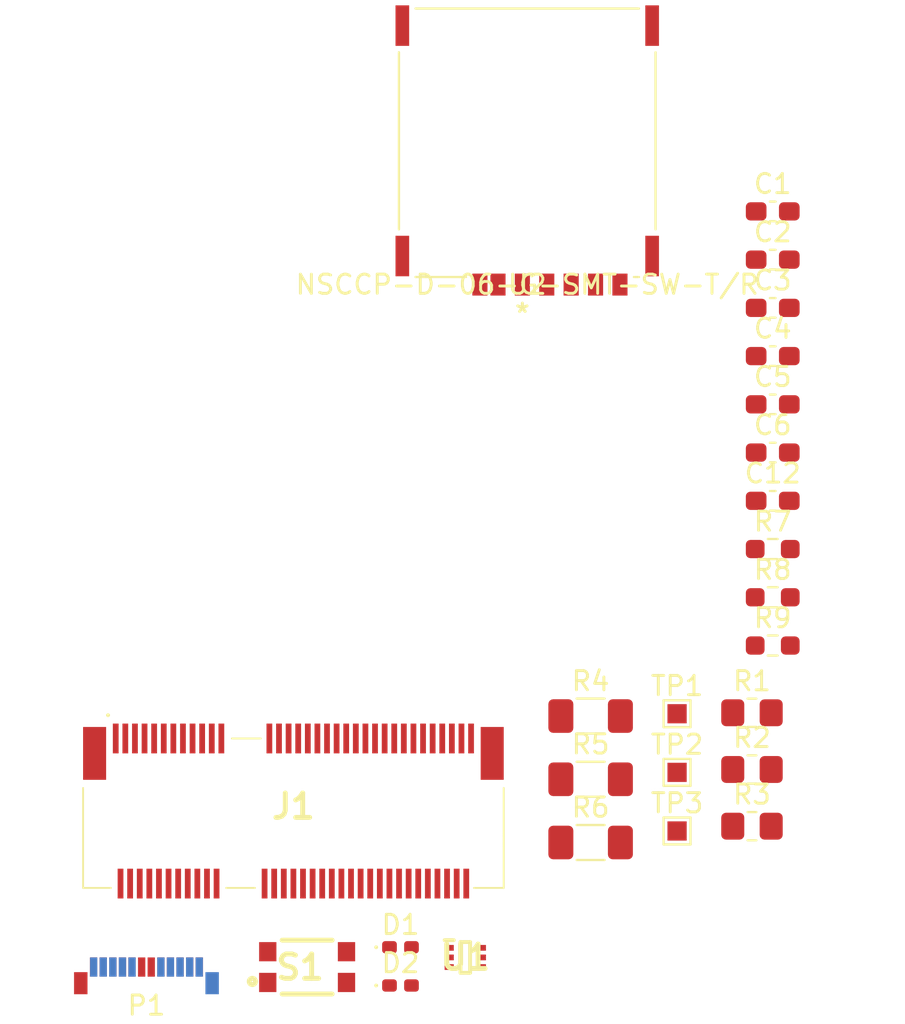
<source format=kicad_pcb>
(kicad_pcb (version 20221018) (generator pcbnew)
  (layers (0 "F.Cu" signal) (31 "B.Cu" signal) (34 "B.Paste" user) (35 "F.Paste" user) (36 "B.SilkS" user "B.Silkscreen") (37 "F.SilkS" user "F.Silkscreen") (38 "B.Mask" user) (39 "F.Mask" user) (44 "Edge.Cuts" user))
  (net 0 "")
  (net 1 "Net-(U1-SW)")
  (net 2 "Net-(D2-K)")
  (net 3 "Net-(U1-EN)")
  (net 4 "Net-(J1-UIM-RESET)")
  (net 5 "Net-(J1-UIM-CLK)")
  (net 6 "Net-(J1-UIM-DATA)")
  (net 7 "Net-(J1-UIM-PWR)")
  (net 8 "Net-(J1-~{RESET})")
  (net 9 "Net-(D1-K)")
  (net 10 "Net-(D1-A)")
  (net 11 "Net-(D2-A)")
  (net 13 "Net-(J1-~{FULL_CARD_POWER_OFF})")
  (net 14 "Net-(J1-USB_D+)")
  (net 16 "Net-(J1-USB_D-)")
  (net 20 "Net-(J1-GPIO_11)")
  (net 47 "Net-(J1-SIM_DETECT)")
  (net 54 "Net-(U1-FB)")
  (net 55 "Net-(U1-PG)")
  (net 56 "Net-(U2-I{slash}O)")
  (net 57 "Net-(U2-RST)")
  (net 58 "Net-(U2-CLK)")
  (footprint "Diode_SMD:D_0402_1005Metric_Pad0.77x0.64mm_HandSolder" (layer "F.Cu") (at 39.12 64.17)
    (fp_text reference "D2" (at 0 -1.17) (layer "F.SilkS"))
    (fp_text value "LED_VCC")
    (fp_circle (center -1.265 0) (end -1.215 0) (stroke (width 0.1)) (fill none) (layer "F.SilkS"))
    (pad "1" smd roundrect (at -0.5725 0) (size 0.765 0.64) (layers "F.Cu" "F.Paste" "F.Mask") (net 2 "Net-(D2-K)"))
    (pad "2" smd roundrect (at 0.5725 0) (size 0.765 0.64) (layers "F.Cu" "F.Paste" "F.Mask") (net 11 "Net-(D2-A)"))
  )
  (footprint "Resistor_SMD:R_1206_3216Metric_Pad1.30x1.75mm_HandSolder" (layer "F.Cu") (at 49.02 53.44)
    (fp_text reference "R5" (at 0 -1.82) (layer "F.SilkS"))
    (fp_text value "47R")
    (fp_line (start -0.727064 -0.91) (end 0.727064 -0.91) (stroke (width 0.12)) (layer "F.SilkS"))
    (fp_line (start -0.727064 0.91) (end 0.727064 0.91) (stroke (width 0.12)) (layer "F.SilkS"))
    (pad "1" smd roundrect (at -1.55 0) (size 1.3 1.75) (layers "F.Cu" "F.Paste" "F.Mask") (roundrect_rratio 0.192308) (net 57 "Net-(U2-RST)"))
    (pad "2" smd roundrect (at 1.55 0) (size 1.3 1.75) (layers "F.Cu" "F.Paste" "F.Mask") (roundrect_rratio 0.192308) (net 4 "Net-(J1-UIM-RESET)"))
  )
  (footprint "Resistor_SMD:R_0603_1608Metric_Pad0.98x0.95mm_HandSolder" (layer "F.Cu") (at 58.5 43.97)
    (fp_text reference "R8" (at 0 -1.43) (layer "F.SilkS"))
    (fp_text value "330R")
    (fp_line (start -0.254724 -0.5225) (end 0.254724 -0.5225) (stroke (width 0.12)) (layer "F.SilkS"))
    (fp_line (start -0.254724 0.5225) (end 0.254724 0.5225) (stroke (width 0.12)) (layer "F.SilkS"))
    (pad "1" smd roundrect (at -0.9125 0) (size 0.975 0.95) (layers "F.Cu" "F.Paste" "F.Mask") (net 1 "Net-(U1-SW)"))
    (pad "2" smd roundrect (at 0.9125 0) (size 0.975 0.95) (layers "F.Cu" "F.Paste" "F.Mask") (net 11 "Net-(D2-A)"))
  )
  (footprint "Resistor_SMD:R_0603_1608Metric_Pad0.98x0.95mm_HandSolder" (layer "F.Cu") (at 58.5 41.46)
    (fp_text reference "R7" (at 0 -1.43) (layer "F.SilkS"))
    (fp_text value "330R")
    (fp_line (start -0.254724 -0.5225) (end 0.254724 -0.5225) (stroke (width 0.12)) (layer "F.SilkS"))
    (fp_line (start -0.254724 0.5225) (end 0.254724 0.5225) (stroke (width 0.12)) (layer "F.SilkS"))
    (pad "1" smd roundrect (at -0.9125 0) (size 0.975 0.95) (layers "F.Cu" "F.Paste" "F.Mask") (net 1 "Net-(U1-SW)"))
    (pad "2" smd roundrect (at 0.9125 0) (size 0.975 0.95) (layers "F.Cu" "F.Paste" "F.Mask") (net 10 "Net-(D1-A)"))
  )
  (footprint "NGFF:21991194" (layer "F.Cu") (at 33.545 55.205)
    (fp_text reference "J1" (at 0 -0.356) (layer "F.SilkS") (effects (font (size 1.27 1.27) (thickness 0.254))))
    (fp_text value "Bus_M.2_Socket_B" hide)
    (fp_line (start -10.95 -1.312) (end -10.95 3.888) (stroke (width 0.1)) (layer "F.SilkS"))
    (fp_line (start -10.95 3.888) (end -9.5 3.888) (stroke (width 0.1)) (layer "F.SilkS"))
    (fp_line (start -9.7 -5.1) (end -9.7 -5.1) (stroke (width 0.1)) (layer "F.SilkS"))
    (fp_line (start -9.6 -5.1) (end -9.6 -5.1) (stroke (width 0.1)) (layer "F.SilkS"))
    (fp_line (start -3.5 3.888) (end -2 3.888) (stroke (width 0.1)) (layer "F.SilkS"))
    (fp_line (start -3.2 -3.888) (end -1.7 -3.888) (stroke (width 0.1)) (layer "F.SilkS"))
    (fp_line (start 10.95 -1.312) (end 10.95 3.888) (stroke (width 0.1)) (layer "F.SilkS"))
    (fp_line (start 10.95 3.888) (end 9.4 3.888) (stroke (width 0.1)) (layer "F.SilkS"))
    (fp_arc (start -9.7 -5.1) (mid -9.65 -5.15) (end -9.6 -5.1) (stroke (width 0.1)) (layer "F.SilkS"))
    (fp_arc (start -9.6 -5.1) (mid -9.65 -5.05) (end -9.7 -5.1) (stroke (width 0.1)) (layer "F.SilkS"))
    (pad "" np_thru_hole circle (at -10 1.387) (size 1.15 1.15) (drill 1.15) (layers "*.Cu" "*.Mask"))
    (pad "" np_thru_hole circle (at 10 1.387) (size 1.65 1.65) (drill 1.65) (layers "*.Cu" "*.Mask"))
    (pad "1" smd rect (at -9.25 -3.888) (size 0.3 1.55) (layers "F.Cu" "F.Paste" "F.Mask"))
    (pad "2" smd rect (at -9 3.662) (size 0.3 1.55) (layers "F.Cu" "F.Paste" "F.Mask") (net 1 "Net-(U1-SW)"))
    (pad "3" smd rect (at -8.75 -3.888) (size 0.3 1.55) (layers "F.Cu" "F.Paste" "F.Mask") (net 2 "Net-(D2-K)"))
    (pad "4" smd rect (at -8.5 3.662) (size 0.3 1.55) (layers "F.Cu" "F.Paste" "F.Mask") (net 1 "Net-(U1-SW)"))
    (pad "5" smd rect (at -8.25 -3.888) (size 0.3 1.55) (layers "F.Cu" "F.Paste" "F.Mask") (net 2 "Net-(D2-K)"))
    (pad "6" smd rect (at -8 3.662) (size 0.3 1.55) (layers "F.Cu" "F.Paste" "F.Mask") (net 13 "Net-(J1-~{FULL_CARD_POWER_OFF})"))
    (pad "7" smd rect (at -7.75 -3.888) (size 0.3 1.55) (layers "F.Cu" "F.Paste" "F.Mask") (net 14 "Net-(J1-USB_D+)"))
    (pad "8" smd rect (at -7.5 3.662) (size 0.3 1.55) (layers "F.Cu" "F.Paste" "F.Mask"))
    (pad "9" smd rect (at -7.25 -3.888) (size 0.3 1.55) (layers "F.Cu" "F.Paste" "F.Mask") (net 16 "Net-(J1-USB_D-)"))
    (pad "10" smd rect (at -7 3.662) (size 0.3 1.55) (layers "F.Cu" "F.Paste" "F.Mask") (net 9 "Net-(D1-K)"))
    (pad "11" smd rect (at -6.75 -3.888) (size 0.3 1.55) (layers "F.Cu" "F.Paste" "F.Mask") (net 2 "Net-(D2-K)"))
    (pad "12" smd rect (at -6.5 3.662) (size 0.3 1.55) (layers "F.Cu" "F.Paste" "F.Mask"))
    (pad "13" smd rect (at -6.25 -3.888) (size 0.3 1.55) (layers "F.Cu" "F.Paste" "F.Mask"))
    (pad "14" smd rect (at -6 3.662) (size 0.3 1.55) (layers "F.Cu" "F.Paste" "F.Mask"))
    (pad "15" smd rect (at -5.75 -3.888) (size 0.3 1.55) (layers "F.Cu" "F.Paste" "F.Mask"))
    (pad "16" smd rect (at -5.5 3.662) (size 0.3 1.55) (layers "F.Cu" "F.Paste" "F.Mask"))
    (pad "17" smd rect (at -5.25 -3.888) (size 0.3 1.55) (layers "F.Cu" "F.Paste" "F.Mask"))
    (pad "18" smd rect (at -5 3.662) (size 0.3 1.55) (layers "F.Cu" "F.Paste" "F.Mask"))
    (pad "19" smd rect (at -4.75 -3.888) (size 0.3 1.55) (layers "F.Cu" "F.Paste" "F.Mask"))
    (pad "20" smd rect (at -4.5 3.662) (size 0.3 1.55) (layers "F.Cu" "F.Paste" "F.Mask"))
    (pad "21" smd rect (at -4.25 -3.888) (size 0.3 1.55) (layers "F.Cu" "F.Paste" "F.Mask"))
    (pad "22" smd rect (at -4 3.662) (size 0.3 1.55) (layers "F.Cu" "F.Paste" "F.Mask"))
    (pad "23" smd rect (at -3.75 -3.888) (size 0.3 1.55) (layers "F.Cu" "F.Paste" "F.Mask") (net 20 "Net-(J1-GPIO_11)"))
    (pad "32" smd rect (at -1.5 3.662) (size 0.3 1.55) (layers "F.Cu" "F.Paste" "F.Mask") (net 5 "Net-(J1-UIM-CLK)"))
    (pad "33" smd rect (at -1.25 -3.888) (size 0.3 1.55) (layers "F.Cu" "F.Paste" "F.Mask") (net 2 "Net-(D2-K)"))
    (pad "34" smd rect (at -1 3.662) (size 0.3 1.55) (layers "F.Cu" "F.Paste" "F.Mask") (net 6 "Net-(J1-UIM-DATA)"))
    (pad "35" smd rect (at -0.75 -3.888) (size 0.3 1.55) (layers "F.Cu" "F.Paste" "F.Mask"))
    (pad "36" smd rect (at -0.5 3.662) (size 0.3 1.55) (layers "F.Cu" "F.Paste" "F.Mask") (net 7 "Net-(J1-UIM-PWR)"))
    (pad "37" smd rect (at -0.25 -3.888) (size 0.3 1.55) (layers "F.Cu" "F.Paste" "F.Mask"))
    (pad "38" smd rect (at 0 3.662) (size 0.3 1.55) (layers "F.Cu" "F.Paste" "F.Mask"))
    (pad "39" smd rect (at 0.25 -3.888) (size 0.3 1.55) (layers "F.Cu" "F.Paste" "F.Mask") (net 2 "Net-(D2-K)"))
    (pad "40" smd rect (at 0.5 3.662) (size 0.3 1.55) (layers "F.Cu" "F.Paste" "F.Mask"))
    (pad "41" smd rect (at 0.75 -3.888) (size 0.3 1.55) (layers "F.Cu" "F.Paste" "F.Mask"))
    (pad "42" smd rect (at 1 3.662) (size 0.3 1.55) (layers "F.Cu" "F.Paste" "F.Mask"))
    (pad "43" smd rect (at 1.25 -3.888) (size 0.3 1.55) (layers "F.Cu" "F.Paste" "F.Mask"))
    (pad "44" smd rect (at 1.5 3.662) (size 0.3 1.55) (layers "F.Cu" "F.Paste" "F.Mask"))
    (pad "45" smd rect (at 1.75 -3.888) (size 0.3 1.55) (layers "F.Cu" "F.Paste" "F.Mask") (net 2 "Net-(D2-K)"))
    (pad "46" smd rect (at 2 3.662) (size 0.3 1.55) (layers "F.Cu" "F.Paste" "F.Mask"))
    (pad "47" smd rect (at 2.25 -3.888) (size 0.3 1.55) (layers "F.Cu" "F.Paste" "F.Mask"))
    (pad "48" smd rect (at 2.5 3.662) (size 0.3 1.55) (layers "F.Cu" "F.Paste" "F.Mask"))
    (pad "49" smd rect (at 2.75 -3.888) (size 0.3 1.55) (layers "F.Cu" "F.Paste" "F.Mask"))
    (pad "50" smd rect (at 3 3.662) (size 0.3 1.55) (layers "F.Cu" "F.Paste" "F.Mask"))
    (pad "51" smd rect (at 3.25 -3.888) (size 0.3 1.55) (layers "F.Cu" "F.Paste" "F.Mask") (net 2 "Net-(D2-K)"))
    (pad "52" smd rect (at 3.5 3.662) (size 0.3 1.55) (layers "F.Cu" "F.Paste" "F.Mask"))
    (pad "53" smd rect (at 3.75 -3.888) (size 0.3 1.55) (layers "F.Cu" "F.Paste" "F.Mask"))
    (pad "54" smd rect (at 4 3.662) (size 0.3 1.55) (layers "F.Cu" "F.Paste" "F.Mask"))
    (pad "55" smd rect (at 4.25 -3.888) (size 0.3 1.55) (layers "F.Cu" "F.Paste" "F.Mask"))
    (pad "56" smd rect (at 4.5 3.662) (size 0.3 1.55) (layers "F.Cu" "F.Paste" "F.Mask"))
    (pad "57" smd rect (at 4.75 -3.888) (size 0.3 1.55) (layers "F.Cu" "F.Paste" "F.Mask") (net 2 "Net-(D2-K)"))
    (pad "58" smd rect (at 5 3.662) (size 0.3 1.55) (layers "F.Cu" "F.Paste" "F.Mask"))
    (pad "59" smd rect (at 5.25 -3.888) (size 0.3 1.55) (layers "F.Cu" "F.Paste" "F.Mask"))
    (pad "60" smd rect (at 5.5 3.662) (size 0.3 1.55) (layers "F.Cu" "F.Paste" "F.Mask"))
    (pad "61" smd rect (at 5.75 -3.888) (size 0.3 1.55) (layers "F.Cu" "F.Paste" "F.Mask"))
    (pad "62" smd rect (at 6 3.662) (size 0.3 1.55) (layers "F.Cu" "F.Paste" "F.Mask"))
    (pad "63" smd rect (at 6.25 -3.888) (size 0.3 1.55) (layers "F.Cu" "F.Paste" "F.Mask"))
    (pad "64" smd rect (at 6.5 3.662) (size 0.3 1.55) (layers "F.Cu" "F.Paste" "F.Mask"))
    (pad "65" smd rect (at 6.75 -3.888) (size 0.3 1.55) (layers "F.Cu" "F.Paste" "F.Mask"))
    (pad "66" smd rect (at 7 3.662) (size 0.3 1.55) (layers "F.Cu" "F.Paste" "F.Mask") (net 47 "Net-(J1-SIM_DETECT)"))
    (pad "67" smd rect (at 7.25 -3.888) (size 0.3 1.55) (layers "F.Cu" "F.Paste" "F.Mask") (net 8 "Net-(J1-~{RESET})"))
    (pad "68" smd rect (at 7.5 3.662) (size 0.3 1.55) (layers "F.Cu" "F.Paste" "F.Mask"))
    (pad "69" smd rect (at 7.75 -3.888) (size 0.3 1.55) (layers "F.Cu" "F.Paste" "F.Mask"))
    (pad "70" smd rect (at 8 3.662) (size 0.3 1.55) (layers "F.Cu" "F.Paste" "F.Mask") (net 1 "Net-(U1-SW)"))
    (pad "71" smd rect (at 8.25 -3.888) (size 0.3 1.55) (layers "F.Cu" "F.Paste" "F.Mask") (net 2 "Net-(D2-K)"))
    (pad "72" smd rect (at 8.5 3.662) (size 0.3 1.55) (layers "F.Cu" "F.Paste" "F.Mask") (net 1 "Net-(U1-SW)"))
    (pad "73" smd rect (at 8.75 -3.888) (size 0.3 1.55) (layers "F.Cu" "F.Paste" "F.Mask") (net 2 "Net-(D2-K)"))
    (pad "74" smd rect (at 9 3.662) (size 0.3 1.55) (layers "F.Cu" "F.Paste" "F.Mask") (net 1 "Net-(U1-SW)"))
    (pad "75" smd rect (at 9.25 -3.888) (size 0.3 1.55) (layers "F.Cu" "F.Paste" "F.Mask"))
    (pad "MP1" smd rect (at -10.35 -3.112) (size 1.2 2.75) (layers "F.Cu" "F.Paste" "F.Mask"))
    (pad "MP2" smd rect (at 10.35 -3.112) (size 1.2 2.75) (layers "F.Cu" "F.Paste" "F.Mask"))
  )
  (footprint "TPS:SOTFL50P160X60-6N" (layer "F.Cu") (at 42.495 62.71)
    (fp_text reference "U1" (at 0 0) (layer "F.SilkS") (effects (font (size 1.27 1.27) (thickness 0.254))))
    (fp_text value "TPS62A02ADRLR" hide)
    (fp_line (start -1.075 -0.9) (end -0.6 -0.9) (stroke (width 0.2)) (layer "F.SilkS"))
    (fp_line (start -0.25 -0.8) (end 0.25 -0.8) (stroke (width 0.2)) (layer "F.SilkS"))
    (fp_line (start -0.25 0.8) (end -0.25 -0.8) (stroke (width 0.2)) (layer "F.SilkS"))
    (fp_line (start 0.25 -0.8) (end 0.25 0.8) (stroke (width 0.2)) (layer "F.SilkS"))
    (fp_line (start 0.25 0.8) (end -0.25 0.8) (stroke (width 0.2)) (layer "F.SilkS"))
    (pad "1" smd rect (at -0.838 -0.5 90) (size 0.3 0.475) (layers "F.Cu" "F.Paste" "F.Mask") (net 2 "Net-(D2-K)"))
    (pad "2" smd rect (at -0.838 0 90) (size 0.3 0.475) (layers "F.Cu" "F.Paste" "F.Mask") (net 1 "Net-(U1-SW)"))
    (pad "3" smd rect (at -0.838 0.5 90) (size 0.3 0.475) (layers "F.Cu" "F.Paste" "F.Mask") (net 3 "Net-(U1-EN)"))
    (pad "4" smd rect (at 0.838 0.5 90) (size 0.3 0.475) (layers "F.Cu" "F.Paste" "F.Mask") (net 3 "Net-(U1-EN)"))
    (pad "5" smd rect (at 0.838 0 90) (size 0.3 0.475) (layers "F.Cu" "F.Paste" "F.Mask") (net 54 "Net-(U1-FB)"))
    (pad "6" smd rect (at 0.838 -0.5 90) (size 0.3 0.475) (layers "F.Cu" "F.Paste" "F.Mask") (net 55 "Net-(U1-PG)"))
  )
  (footprint "Capacitor_SMD:C_0603_1608Metric_Pad1.08x0.95mm_HandSolder" (layer "F.Cu") (at 58.5 38.95)
    (fp_text reference "C12" (at 0 -1.43) (layer "F.SilkS"))
    (fp_text value "33pF")
    (fp_line (start -0.146267 -0.51) (end 0.146267 -0.51) (stroke (width 0.12)) (layer "F.SilkS"))
    (fp_line (start -0.146267 0.51) (end 0.146267 0.51) (stroke (width 0.12)) (layer "F.SilkS"))
    (pad "1" smd roundrect (at -0.8625 0) (size 1.075 0.95) (layers "F.Cu" "F.Paste" "F.Mask") (net 8 "Net-(J1-~{RESET})"))
    (pad "2" smd roundrect (at 0.8625 0) (size 1.075 0.95) (layers "F.Cu" "F.Paste" "F.Mask") (net 2 "Net-(D2-K)"))
  )
  (footprint "Resistor_SMD:R_1206_3216Metric_Pad1.30x1.75mm_HandSolder" (layer "F.Cu") (at 49.02 56.73)
    (fp_text reference "R6" (at 0 -1.82) (layer "F.SilkS"))
    (fp_text value "47R")
    (fp_line (start -0.727064 -0.91) (end 0.727064 -0.91) (stroke (width 0.12)) (layer "F.SilkS"))
    (fp_line (start -0.727064 0.91) (end 0.727064 0.91) (stroke (width 0.12)) (layer "F.SilkS"))
    (pad "1" smd roundrect (at -1.55 0) (size 1.3 1.75) (layers "F.Cu" "F.Paste" "F.Mask") (roundrect_rratio 0.192308) (net 58 "Net-(U2-CLK)"))
    (pad "2" smd roundrect (at 1.55 0) (size 1.3 1.75) (layers "F.Cu" "F.Paste" "F.Mask") (roundrect_rratio 0.192308) (net 5 "Net-(J1-UIM-CLK)"))
  )
  (footprint "Capacitor_SMD:C_0603_1608Metric_Pad1.08x0.95mm_HandSolder" (layer "F.Cu") (at 58.5 26.4)
    (fp_text reference "C2" (at 0 -1.43) (layer "F.SilkS"))
    (fp_text value "4.7uF")
    (fp_line (start -0.146267 -0.51) (end 0.146267 -0.51) (stroke (width 0.12)) (layer "F.SilkS"))
    (fp_line (start -0.146267 0.51) (end 0.146267 0.51) (stroke (width 0.12)) (layer "F.SilkS"))
    (pad "1" smd roundrect (at -0.8625 0) (size 1.075 0.95) (layers "F.Cu" "F.Paste" "F.Mask") (net 3 "Net-(U1-EN)"))
    (pad "2" smd roundrect (at 0.8625 0) (size 1.075 0.95) (layers "F.Cu" "F.Paste" "F.Mask") (net 2 "Net-(D2-K)"))
  )
  (footprint "TestPoint:TestPoint_Pad_1.0x1.0mm" (layer "F.Cu") (at 53.52 50.03)
    (fp_text reference "TP1" (at 0 -1.448) (layer "F.SilkS"))
    (fp_text value "VCC")
    (fp_line (start -0.7 -0.7) (end 0.7 -0.7) (stroke (width 0.12)) (layer "F.SilkS"))
    (fp_line (start -0.7 0.7) (end -0.7 -0.7) (stroke (width 0.12)) (layer "F.SilkS"))
    (fp_line (start 0.7 -0.7) (end 0.7 0.7) (stroke (width 0.12)) (layer "F.SilkS"))
    (fp_line (start 0.7 0.7) (end -0.7 0.7) (stroke (width 0.12)) (layer "F.SilkS"))
    (pad "1" smd rect (at 0 0) (size 1 1) (layers "F.Cu" "F.Mask") (net 1 "Net-(U1-SW)"))
  )
  (footprint "Capacitor_SMD:C_0603_1608Metric_Pad1.08x0.95mm_HandSolder" (layer "F.Cu") (at 58.5 33.93)
    (fp_text reference "C5" (at 0 -1.43) (layer "F.SilkS"))
    (fp_text value "33pF")
    (fp_line (start -0.146267 -0.51) (end 0.146267 -0.51) (stroke (width 0.12)) (layer "F.SilkS"))
    (fp_line (start -0.146267 0.51) (end 0.146267 0.51) (stroke (width 0.12)) (layer "F.SilkS"))
    (pad "1" smd roundrect (at -0.8625 0) (size 1.075 0.95) (layers "F.Cu" "F.Paste" "F.Mask") (net 2 "Net-(D2-K)"))
    (pad "2" smd roundrect (at 0.8625 0) (size 1.075 0.95) (layers "F.Cu" "F.Paste" "F.Mask") (net 6 "Net-(J1-UIM-DATA)"))
  )
  (footprint "Resistor_SMD:R_0805_2012Metric_Pad1.20x1.40mm_HandSolder" (layer "F.Cu") (at 57.42 55.88)
    (fp_text reference "R3" (at 0 -1.65) (layer "F.SilkS"))
    (fp_text value "499k")
    (fp_line (start -0.227064 -0.735) (end 0.227064 -0.735) (stroke (width 0.12)) (layer "F.SilkS"))
    (fp_line (start -0.227064 0.735) (end 0.227064 0.735) (stroke (width 0.12)) (layer "F.SilkS"))
    (pad "1" smd roundrect (at -1 0) (size 1.2 1.4) (layers "F.Cu" "F.Paste" "F.Mask") (roundrect_rratio 0.208333) (net 55 "Net-(U1-PG)"))
    (pad "2" smd roundrect (at 1 0) (size 1.2 1.4) (layers "F.Cu" "F.Paste" "F.Mask") (roundrect_rratio 0.208333) (net 3 "Net-(U1-EN)"))
  )
  (footprint "Resistor_SMD:R_0603_1608Metric_Pad0.98x0.95mm_HandSolder" (layer "F.Cu") (at 58.5 46.48)
    (fp_text reference "R9" (at 0 -1.43) (layer "F.SilkS"))
    (fp_text value "330R")
    (fp_line (start -0.254724 -0.5225) (end 0.254724 -0.5225) (stroke (width 0.12)) (layer "F.SilkS"))
    (fp_line (start -0.254724 0.5225) (end 0.254724 0.5225) (stroke (width 0.12)) (layer "F.SilkS"))
    (pad "1" smd roundrect (at -0.9125 0) (size 0.975 0.95) (layers "F.Cu" "F.Paste" "F.Mask") (net 1 "Net-(U1-SW)"))
    (pad "2" smd roundrect (at 0.9125 0) (size 0.975 0.95) (layers "F.Cu" "F.Paste" "F.Mask") (net 13 "Net-(J1-~{FULL_CARD_POWER_OFF})"))
  )
  (footprint "KMR:KMR2_1" (layer "F.Cu") (at 34.26 63.212)
    (fp_text reference "S1" (at -0.36915 0.01236) (layer "F.SilkS") (effects (font (size 1.27 1.27) (thickness 0.254))))
    (fp_text value "KMR221GLFS" hide)
    (fp_line (start -1.3 -1.4) (end 1.3 -1.4) (stroke (width 0.254)) (layer "F.SilkS"))
    (fp_line (start -1.3 1.4) (end 1.3 1.4) (stroke (width 0.254)) (layer "F.SilkS"))
    (fp_circle (center -2.851 0.748) (end -2.851 0.785) (stroke (width 0.254)) (fill none) (layer "F.SilkS"))
    (pad "1" smd rect (at -2.05 0.8) (size 0.9 1) (layers "F.Cu" "F.Paste" "F.Mask") (net 8 "Net-(J1-~{RESET})"))
    (pad "2" smd rect (at 2.05 0.8) (size 0.9 1) (layers "F.Cu" "F.Paste" "F.Mask"))
    (pad "3" smd rect (at 2.05 -0.8) (size 0.9 1) (layers "F.Cu" "F.Paste" "F.Mask") (net 2 "Net-(D2-K)"))
    (pad "4" smd rect (at -2.05 -0.8) (size 0.9 1) (layers "F.Cu" "F.Paste" "F.Mask"))
  )
  (footprint "Capacitor_SMD:C_0603_1608Metric_Pad1.08x0.95mm_HandSolder" (layer "F.Cu") (at 58.5 28.91)
    (fp_text reference "C3" (at 0 -1.43) (layer "F.SilkS"))
    (fp_text value "33pF")
    (fp_line (start -0.146267 -0.51) (end 0.146267 -0.51) (stroke (width 0.12)) (layer "F.SilkS"))
    (fp_line (start -0.146267 0.51) (end 0.146267 0.51) (stroke (width 0.12)) (layer "F.SilkS"))
    (pad "1" smd roundrect (at -0.8625 0) (size 1.075 0.95) (layers "F.Cu" "F.Paste" "F.Mask") (net 2 "Net-(D2-K)"))
    (pad "2" smd roundrect (at 0.8625 0) (size 1.075 0.95) (layers "F.Cu" "F.Paste" "F.Mask") (net 4 "Net-(J1-UIM-RESET)"))
  )
  (footprint "Capacitor_SMD:C_0603_1608Metric_Pad1.08x0.95mm_HandSolder" (layer "F.Cu") (at 58.5 23.89)
    (fp_text reference "C1" (at 0 -1.43) (layer "F.SilkS"))
    (fp_text value "22uF")
    (fp_line (start -0.146267 -0.51) (end 0.146267 -0.51) (stroke (width 0.12)) (layer "F.SilkS"))
    (fp_line (start -0.146267 0.51) (end 0.146267 0.51) (stroke (width 0.12)) (layer "F.SilkS"))
    (pad "1" smd roundrect (at -0.8625 0) (size 1.075 0.95) (layers "F.Cu" "F.Paste" "F.Mask") (net 1 "Net-(U1-SW)"))
    (pad "2" smd roundrect (at 0.8625 0) (size 1.075 0.95) (layers "F.Cu" "F.Paste" "F.Mask") (net 2 "Net-(D2-K)"))
  )
  (footprint "Diode_SMD:D_0402_1005Metric_Pad0.77x0.64mm_HandSolder" (layer "F.Cu") (at 39.12 62.18)
    (fp_text reference "D1" (at 0 -1.17) (layer "F.SilkS"))
    (fp_text value "LED_WWAN")
    (fp_circle (center -1.265 0) (end -1.215 0) (stroke (width 0.1)) (fill none) (layer "F.SilkS"))
    (pad "1" smd roundrect (at -0.5725 0) (size 0.765 0.64) (layers "F.Cu" "F.Paste" "F.Mask") (net 9 "Net-(D1-K)"))
    (pad "2" smd roundrect (at 0.5725 0) (size 0.765 0.64) (layers "F.Cu" "F.Paste" "F.Mask") (net 10 "Net-(D1-A)"))
  )
  (footprint "Resistor_SMD:R_0805_2012Metric_Pad1.20x1.40mm_HandSolder" (layer "F.Cu") (at 57.42 52.93)
    (fp_text reference "R2" (at 0 -1.65) (layer "F.SilkS"))
    (fp_text value "400kR")
    (fp_line (start -0.227064 -0.735) (end 0.227064 -0.735) (stroke (width 0.12)) (layer "F.SilkS"))
    (fp_line (start -0.227064 0.735) (end 0.227064 0.735) (stroke (width 0.12)) (layer "F.SilkS"))
    (pad "1" smd roundrect (at -1 0) (size 1.2 1.4) (layers "F.Cu" "F.Paste" "F.Mask") (roundrect_rratio 0.208333) (net 54 "Net-(U1-FB)"))
    (pad "2" smd roundrect (at 1 0) (size 1.2 1.4) (layers "F.Cu" "F.Paste" "F.Mask") (roundrect_rratio 0.208333) (net 2 "Net-(D2-K)"))
  )
  (footprint "NSCCP-D-06-G-SMT-SW-T:NSCCP-D-06-G-SMT-SW-T&slash_R" (layer "F.Cu") (at 45.72 20.32 180)
    (fp_text reference "U2" (at 0 -7.3787) (layer "F.SilkS"))
    (fp_text value "NSCCP-D-06-G-SMT-SW-T/R" (at 0 -7.3787) (layer "F.SilkS"))
    (fp_text user "*" (at 0.254 -8.89) (layer "F.SilkS"))
    (fp_text user "*" (at 0.254 -8.89) (layer "F.SilkS"))
    (fp_line (start -6.6802 -4.50596) (end -6.6802 4.70916) (stroke (width 0.12)) (layer "F.SilkS"))
    (fp_line (start -5.81406 6.985) (end 5.81406 6.985) (stroke (width 0.12)) (layer "F.SilkS"))
    (fp_line (start -5.55244 -6.985) (end -5.816248 -6.985) (stroke (width 0.12)) (layer "F.SilkS"))
    (fp_line (start 5.816248 -6.985) (end 3.19024 -6.985) (stroke (width 0.12)) (layer "F.SilkS"))
    (fp_line (start 6.6802 4.70916) (end 6.6802 -4.50596) (stroke (width 0.12)) (layer "F.SilkS"))
    (pad "" np_thru_hole circle (at -5.0038 4.8514 180) (size 0.762 0.762) (drill 0.762) (layers "*.Cu" "*.Mask"))
    (pad "" np_thru_hole circle (at 3.5052 4.8514 180) (size 0.762 0.762) (drill 0.762) (layers "*.Cu" "*.Mask"))
    (pad "8" smd rect (at -6.5024 -5.8928 180) (size 0.7112 2.1082) (layers "F.Cu" "F.Paste" "F.Mask"))
    (pad "9" smd rect (at 6.5024 -5.8928 180) (size 0.7112 2.1082) (layers "F.Cu" "F.Paste" "F.Mask"))
    (pad "10" smd rect (at -6.5024 6.096 180) (size 0.7112 2.1082) (layers "F.Cu" "F.Paste" "F.Mask"))
    (pad "11" smd rect (at 6.5024 6.096 180) (size 0.7112 2.1082) (layers "F.Cu" "F.Paste" "F.Mask"))
    (pad "C1" smd rect (at 0.254 -7.3787 180) (size 0.7874 1.143) (layers "F.Cu" "F.Paste" "F.Mask") (net 7 "Net-(J1-UIM-PWR)"))
    (pad "C2" smd rect (at -2.286 -7.3787 180) (size 0.7874 1.143) (layers "F.Cu" "F.Paste" "F.Mask") (net 57 "Net-(U2-RST)"))
    (pad "C3" smd rect (at -4.826 -7.3787 180) (size 0.7874 1.143) (layers "F.Cu" "F.Paste" "F.Mask") (net 58 "Net-(U2-CLK)"))
    (pad "C5" smd rect (at 1.524 -7.3787 180) (size 0.7874 1.143) (layers "F.Cu" "F.Paste" "F.Mask") (net 2 "Net-(D2-K)"))
    (pad "C6" smd rect (at -1.016 -7.3787 180) (size 0.7874 1.143) (layers "F.Cu" "F.Paste" "F.Mask"))
    (pad "C7" smd rect (at -3.556 -7.3787 180) (size 0.7874 1.143) (layers "F.Cu" "F.Paste" "F.Mask") (net 56 "Net-(U2-I{slash}O)"))
    (pad "CD" smd rect (at 2.4638 -7.3787 180) (size 0.7874 1.143) (layers "F.Cu" "F.Paste" "F.Mask") (net 47 "Net-(J1-SIM_DETECT)"))
  )
  (footprint "TestPoint:TestPoint_Pad_1.0x1.0mm" (layer "F.Cu") (at 53.52 53.08)
    (fp_text reference "TP2" (at 0 -1.448) (layer "F.SilkS"))
    (fp_text value "Wake_WAN")
    (fp_line (start -0.7 -0.7) (end 0.7 -0.7) (stroke (width 0.12)) (layer "F.SilkS"))
    (fp_line (start -0.7 0.7) (end -0.7 -0.7) (stroke (width 0.12)) (layer "F.SilkS"))
    (fp_line (start 0.7 -0.7) (end 0.7 0.7) (stroke (width 0.12)) (layer "F.SilkS"))
    (fp_line (start 0.7 0.7) (end -0.7 0.7) (stroke (width 0.12)) (layer "F.SilkS"))
    (pad "1" smd rect (at 0 0) (size 1 1) (layers "F.Cu" "F.Mask") (net 20 "Net-(J1-GPIO_11)"))
  )
  (footprint "Capacitor_SMD:C_0603_1608Metric_Pad1.08x0.95mm_HandSolder" (layer "F.Cu") (at 58.5 31.42)
    (fp_text reference "C4" (at 0 -1.43) (layer "F.SilkS"))
    (fp_text value "33pF")
    (fp_line (start -0.146267 -0.51) (end 0.146267 -0.51) (stroke (width 0.12)) (layer "F.SilkS"))
    (fp_line (start -0.146267 0.51) (end 0.146267 0.51) (stroke (width 0.12)) (layer "F.SilkS"))
    (pad "1" smd roundrect (at -0.8625 0) (size 1.075 0.95) (layers "F.Cu" "F.Paste" "F.Mask") (net 2 "Net-(D2-K)"))
    (pad "2" smd roundrect (at 0.8625 0) (size 1.075 0.95) (layers "F.Cu" "F.Paste" "F.Mask") (net 5 "Net-(J1-UIM-CLK)"))
  )
  (footprint "Resistor_SMD:R_1206_3216Metric_Pad1.30x1.75mm_HandSolder" (layer "F.Cu") (at 49.02 50.15)
    (fp_text reference "R4" (at 0 -1.82) (layer "F.SilkS"))
    (fp_text value "47R")
    (fp_line (start -0.727064 -0.91) (end 0.727064 -0.91) (stroke (width 0.12)) (layer "F.SilkS"))
    (fp_line (start -0.727064 0.91) (end 0.727064 0.91) (stroke (width 0.12)) (layer "F.SilkS"))
    (pad "1" smd roundrect (at -1.55 0) (size 1.3 1.75) (layers "F.Cu" "F.Paste" "F.Mask") (roundrect_rratio 0.192308) (net 56 "Net-(U2-I{slash}O)"))
    (pad "2" smd roundrect (at 1.55 0) (size 1.3 1.75) (layers "F.Cu" "F.Paste" "F.Mask") (roundrect_rratio 0.192308) (net 6 "Net-(J1-UIM-DATA)"))
  )
  (footprint "Capacitor_SMD:C_0603_1608Metric_Pad1.08x0.95mm_HandSolder" (layer "F.Cu") (at 58.5 36.44)
    (fp_text reference "C6" (at 0 -1.43) (layer "F.SilkS"))
    (fp_text value "100nF")
    (fp_line (start -0.146267 -0.51) (end 0.146267 -0.51) (stroke (width 0.12)) (layer "F.SilkS"))
    (fp_line (start -0.146267 0.51) (end 0.146267 0.51) (stroke (width 0.12)) (layer "F.SilkS"))
    (pad "1" smd roundrect (at -0.8625 0) (size 1.075 0.95) (layers "F.Cu" "F.Paste" "F.Mask") (net 2 "Net-(D2-K)"))
    (pad "2" smd roundrect (at 0.8625 0) (size 1.075 0.95) (layers "F.Cu" "F.Paste" "F.Mask") (net 7 "Net-(J1-UIM-PWR)"))
  )
  (footprint "TestPoint:TestPoint_Pad_1.0x1.0mm" (layer "F.Cu") (at 53.52 56.13)
    (fp_text reference "TP3" (at 0 -1.448) (layer "F.SilkS"))
    (fp_text value "PGOOD")
    (fp_line (start -0.7 -0.7) (end 0.7 -0.7) (stroke (width 0.12)) (layer "F.SilkS"))
    (fp_line (start -0.7 0.7) (end -0.7 -0.7) (stroke (width 0.12)) (layer "F.SilkS"))
    (fp_line (start 0.7 -0.7) (end 0.7 0.7) (stroke (width 0.12)) (layer "F.SilkS"))
    (fp_line (start 0.7 0.7) (end -0.7 0.7) (stroke (width 0.12)) (layer "F.SilkS"))
    (pad "1" smd rect (at 0 0) (size 1 1) (layers "F.Cu" "F.Mask") (net 55 "Net-(U1-PG)"))
  )
  (footprint "Resistor_SMD:R_0805_2012Metric_Pad1.20x1.40mm_HandSolder" (layer "F.Cu") (at 57.42 49.98)
    (fp_text reference "R1" (at 0 -1.65) (layer "F.SilkS"))
    (fp_text value "100kR")
    (fp_line (start -0.227064 -0.735) (end 0.227064 -0.735) (stroke (width 0.12)) (layer "F.SilkS"))
    (fp_line (start -0.227064 0.735) (end 0.227064 0.735) (stroke (width 0.12)) (layer "F.SilkS"))
    (pad "1" smd roundrect (at -1 0) (size 1.2 1.4) (layers "F.Cu" "F.Paste" "F.Mask") (roundrect_rratio 0.208333) (net 1 "Net-(U1-SW)"))
    (pad "2" smd roundrect (at 1 0) (size 1.2 1.4) (layers "F.Cu" "F.Paste" "F.Mask") (roundrect_rratio 0.208333) (net 54 "Net-(U1-FB)"))
  )
  (footprint "Connector_USB:USB_C_Plug_Molex_105444" (layer "F.Cu") (at 25.895 63.17)
    (fp_text reference "P1" (at 0 2.04) (layer "F.SilkS"))
    (fp_text value "USB_C_Plug_USB2.0")
    (pad "A1" smd rect (at -2.75 0.04) (size 0.38 1) (layers "F.Cu" "F.Paste" "F.Mask") (net 2 "Net-(D2-K)"))
    (pad "A2" smd rect (at -2.25 0.04) (size 0.38 1) (layers "F.Cu" "F.Paste" "F.Mask"))
    (pad "A3" smd rect (at -1.75 0.04) (size 0.38 1) (layers "F.Cu" "F.Paste" "F.Mask"))
    (pad "A4" smd rect (at -1.25 0.04) (size 0.38 1) (layers "F.Cu" "F.Paste" "F.Mask") (net 3 "Net-(U1-EN)"))
    (pad "A5" smd rect (at -0.75 0.04) (size 0.38 1) (layers "F.Cu" "F.Paste" "F.Mask"))
    (pad "A6" smd rect (at -0.25 0.04) (size 0.38 1) (layers "F.Cu" "F.Paste" "F.Mask") (net 14 "Net-(J1-USB_D+)"))
    (pad "A7" smd rect (at 0.25 0.04) (size 0.38 1) (layers "F.Cu" "F.Paste" "F.Mask") (net 16 "Net-(J1-USB_D-)"))
    (pad "A8" smd rect (at 0.75 0.04) (size 0.38 1) (layers "F.Cu" "F.Paste" "F.Mask"))
    (pad "A9" smd rect (at 1.25 0.04) (size 0.38 1) (layers "F.Cu" "F.Paste" "F.Mask") (net 3 "Net-(U1-EN)"))
    (pad "A10" smd rect (at 1.75 0.04) (size 0.38 1) (layers "F.Cu" "F.Paste" "F.Mask"))
    (pad "A11" smd rect (at 2.25 0.04) (size 0.38 1) (layers "F.Cu" "F.Paste" "F.Mask"))
    (pad "A12" smd rect (at 2.75 0.04) (size 0.38 1) (layers "F.Cu" "F.Paste" "F.Mask") (net 2 "Net-(D2-K)"))
    (pad "B1" smd rect (at 2.75 0.04) (size 0.38 1) (layers "B.Cu" "B.Paste" "B.Mask") (net 2 "Net-(D2-K)"))
    (pad "B2" smd rect (at 2.25 0.04) (size 0.38 1) (layers "B.Cu" "B.Paste" "B.Mask"))
    (pad "B3" smd rect (at 1.75 0.04) (size 0.38 1) (layers "B.Cu" "B.Paste" "B.Mask"))
    (pad "B4" smd rect (at 1.25 0.04) (size 0.38 1) (layers "B.Cu" "B.Paste" "B.Mask") (net 3 "Net-(U1-EN)"))
    (pad "B5" smd rect (at 0.75 0.04) (size 0.38 1) (layers "B.Cu" "B.Paste" "B.Mask"))
    (pad "B8" smd rect (at -0.75 0.04) (size 0.38 1) (layers "B.Cu" "B.Paste" "B.Mask"))
    (pad "B9" smd rect (at -1.25 0.04) (size 0.38 1) (layers "B.Cu" "B.Paste" "B.Mask") (net 3 "Net-(U1-EN)"))
    (pad "B10" smd rect (at -1.75 0.04) (size 0.38 1) (layers "B.Cu" "B.Paste" "B.Mask"))
    (pad "B11" smd rect (at -2.25 0.04) (size 0.38 1) (layers "B.Cu" "B.Paste" "B.Mask"))
    (pad "B12" smd rect (at -2.75 0.04) (size 0.38 1) (layers "B.Cu" "B.Paste" "B.Mask") (net 2 "Net-(D2-K)"))
    (pad "S1" smd rect (at -3.42 0.88) (size 0.7 1.15) (layers "F.Cu" "F.Paste" "F.Mask"))
    (pad "S1" smd rect (at 3.42 0.88) (size 0.7 1.15) (layers "B.Cu" "B.Paste" "B.Mask"))
  )
)
</source>
